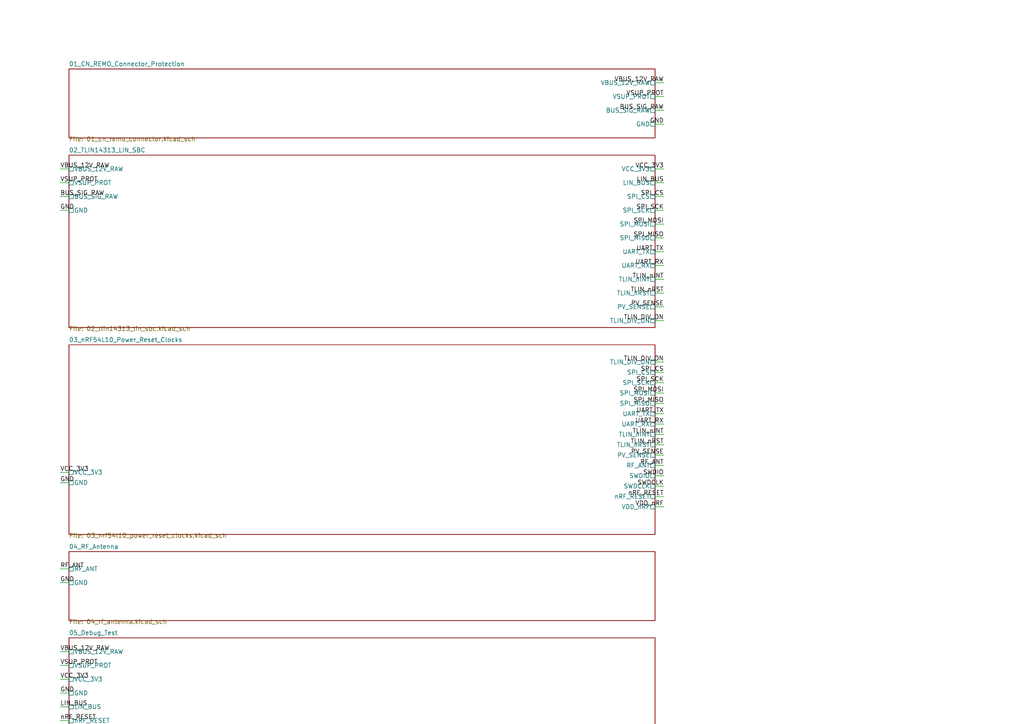
<source format=kicad_sch>
(kicad_sch (version 20250114) (generator "eeschema") (generator_version "9.0")
  (paper "A4")
  (lib_symbols
    (symbol "Connector_Generic:Conn_01x01" (pin_names (offset 1.016) (hide yes))
      (property "Reference" "J" (at 0 2.54 0))
      (property "Value" "Conn_01x01" (at 0 -2.54 0))
      (symbol "Conn_01x01_1_1"
        (rectangle (start -1.27 1.27) (end 1.27 -1.27) (stroke (width 0.254)) (fill (type background)))
        (rectangle (start -1.27 0.127) (end 0 -0.127) (stroke (width 0.1524)))
        (pin passive line (at -5.08 0 0) (length 3.81) (name "Pin_1") (number "1"))
      )
    )
    (symbol "Connector_Generic:Conn_01x03" (pin_names (offset 1.016) (hide yes))
      (property "Reference" "J" (at 0 5.08 0))
      (property "Value" "Conn_01x03" (at 0 -5.08 0))
      (symbol "Conn_01x03_1_1"
        (rectangle (start -1.27 3.81) (end 1.27 -3.81) (stroke (width 0.254)) (fill (type background)))
        (rectangle (start -1.27 2.667) (end 0 2.413) (stroke (width 0.1524)))
        (rectangle (start -1.27 0.127) (end 0 -0.127) (stroke (width 0.1524)))
        (rectangle (start -1.27 -2.413) (end 0 -2.667) (stroke (width 0.1524)))
        (pin passive line (at -5.08 2.54 0) (length 3.81) (name "Pin_1") (number "1"))
        (pin passive line (at -5.08 0 0) (length 3.81) (name "Pin_2") (number "2"))
        (pin passive line (at -5.08 -2.54 0) (length 3.81) (name "Pin_3") (number "3"))
      )
    )
    (symbol "Connector_Generic:Conn_01x05" (pin_names (offset 1.016) (hide yes))
      (property "Reference" "J" (at 0 7.62 0))
      (property "Value" "Conn_01x05" (at 0 -7.62 0))
      (symbol "Conn_01x05_1_1"
        (rectangle (start -1.27 6.35) (end 1.27 -6.35) (stroke (width 0.254)) (fill (type background)))
        (rectangle (start -1.27 5.207) (end 0 4.953) (stroke (width 0.1524)))
        (rectangle (start -1.27 2.667) (end 0 2.413) (stroke (width 0.1524)))
        (rectangle (start -1.27 0.127) (end 0 -0.127) (stroke (width 0.1524)))
        (rectangle (start -1.27 -2.413) (end 0 -2.667) (stroke (width 0.1524)))
        (rectangle (start -1.27 -4.953) (end 0 -5.207) (stroke (width 0.1524)))
        (pin passive line (at -5.08 5.08 0) (length 3.81) (name "Pin_1") (number "1"))
        (pin passive line (at -5.08 2.54 0) (length 3.81) (name "Pin_2") (number "2"))
        (pin passive line (at -5.08 0 0) (length 3.81) (name "Pin_3") (number "3"))
        (pin passive line (at -5.08 -2.54 0) (length 3.81) (name "Pin_4") (number "4"))
        (pin passive line (at -5.08 -5.08 0) (length 3.81) (name "Pin_5") (number "5"))
      )
    )
    (symbol "Device:Antenna_Chip" (pin_numbers (hide yes)) (pin_names (offset 1.016) (hide yes))
      (property "Reference" "AE" (at 0 5.08 0))
      (property "Value" "Antenna_Chip" (at 0 3.175 0))
      (symbol "Antenna_Chip_0_1"
        (polyline (pts (xy -2.54 0) (xy -2.54 -0.635)) (stroke (width 0.254)))
        (polyline (pts (xy -2.54 0) (xy -1.27 0)) (stroke (width 0.254)))
        (polyline (pts (xy -1.27 1.27) (xy -1.27 -1.27) (xy -1.27 0)) (stroke (width 0.254)))
        (polyline (pts (xy -0.635 1.27) (xy 0.635 1.27) (xy 0.635 -1.27) (xy -0.635 -1.27) (xy -0.635 1.27)) (stroke (width 0.254)))
        (polyline (pts (xy 1.27 1.27) (xy 1.27 -1.27)) (stroke (width 0.254)))
        (polyline (pts (xy 1.27 0) (xy 2.54 0)) (stroke (width 0.254)))
        (polyline (pts (xy 2.54 6.985) (xy 2.54 -1.905)) (stroke (width 0.254)))
        (polyline (pts (xy 2.54 -0.635) (xy 2.54 0)))
        (polyline (pts (xy 3.81 6.985) (xy 2.54 1.905) (xy 1.27 6.985)) (stroke (width 0.254)))
      )
      (symbol "Antenna_Chip_1_1"
        (pin input line (at -2.54 -2.54 90) (length 2.54) (name "FEED") (number "1"))
        (pin passive line (at 2.54 -2.54 90) (length 2.54) (name "PCB_Trace") (number "2"))
      )
    )
    (symbol "Device:C" (pin_numbers (hide yes)) (pin_names (offset 0.254))
      (property "Reference" "C" (at 0.635 2.54 0))
      (property "Value" "C" (at 0.635 -2.54 0))
      (symbol "C_0_1"
        (polyline (pts (xy -2.032 0.762) (xy 2.032 0.762)) (stroke (width 0.508)))
        (polyline (pts (xy -2.032 -0.762) (xy 2.032 -0.762)) (stroke (width 0.508)))
      )
      (symbol "C_1_1"
        (pin passive line (at 0 3.81 270) (length 2.794) (name "~") (number "1"))
        (pin passive line (at 0 -3.81 90) (length 2.794) (name "~") (number "2"))
      )
    )
    (symbol "Device:Crystal" (pin_numbers (hide yes)) (pin_names (offset 1.016) (hide yes))
      (property "Reference" "Y" (at 0 3.81 0))
      (property "Value" "Crystal" (at 0 -3.81 0))
      (symbol "Crystal_0_1"
        (polyline (pts (xy -2.54 0) (xy -1.905 0)))
        (polyline (pts (xy -1.905 -1.27) (xy -1.905 1.27)) (stroke (width 0.508)))
        (rectangle (start -1.143 2.54) (end 1.143 -2.54) (stroke (width 0.3048)))
        (polyline (pts (xy 1.905 -1.27) (xy 1.905 1.27)) (stroke (width 0.508)))
        (polyline (pts (xy 2.54 0) (xy 1.905 0)))
      )
      (symbol "Crystal_1_1"
        (pin passive line (at -3.81 0 0) (length 1.27) (name "1") (number "1"))
        (pin passive line (at 3.81 0 180) (length 1.27) (name "2") (number "2"))
      )
    )
    (symbol "Device:D" (pin_numbers (hide yes)) (pin_names (offset 1.016) (hide yes))
      (property "Reference" "D" (at 0 2.54 0))
      (property "Value" "D" (at 0 -2.54 0))
      (symbol "D_0_1"
        (polyline (pts (xy -1.27 1.27) (xy -1.27 -1.27)) (stroke (width 0.254)))
        (polyline (pts (xy 1.27 1.27) (xy 1.27 -1.27) (xy -1.27 0) (xy 1.27 1.27)) (stroke (width 0.254)))
        (polyline (pts (xy 1.27 0) (xy -1.27 0)))
      )
      (symbol "D_1_1"
        (pin passive line (at -3.81 0 0) (length 2.54) (name "K") (number "1"))
        (pin passive line (at 3.81 0 180) (length 2.54) (name "A") (number "2"))
      )
    )
    (symbol "Device:FerriteBead" (pin_numbers (hide yes)) (pin_names (offset 0))
      (property "Reference" "FB" (at -3.81 0.635 90))
      (property "Value" "FerriteBead" (at 3.81 0 90))
      (symbol "FerriteBead_0_1"
        (polyline (pts (xy -2.7686 0.4064) (xy -1.7018 2.2606) (xy 2.7686 -0.3048) (xy 1.6764 -2.159) (xy -2.7686 0.4064)))
        (polyline (pts (xy 0 1.27) (xy 0 1.2954)))
        (polyline (pts (xy 0 -1.27) (xy 0 -1.2192)))
      )
      (symbol "FerriteBead_1_1"
        (pin passive line (at 0 3.81 270) (length 2.54) (name "~") (number "1"))
        (pin passive line (at 0 -3.81 90) (length 2.54) (name "~") (number "2"))
      )
    )
    (symbol "Device:L" (pin_numbers (hide yes)) (pin_names (offset 1.016) (hide yes))
      (property "Reference" "L" (at -1.27 0 90))
      (property "Value" "L" (at 1.905 0 90))
      (symbol "L_0_1"
        (arc (start 0 2.54) (mid 0.6323 1.905) (end 0 1.27))
        (arc (start 0 1.27) (mid 0.6323 0.635) (end 0 0))
        (arc (start 0 0) (mid 0.6323 -0.635) (end 0 -1.27))
        (arc (start 0 -1.27) (mid 0.6323 -1.905) (end 0 -2.54))
      )
      (symbol "L_1_1"
        (pin passive line (at 0 3.81 270) (length 1.27) (name "1") (number "1"))
        (pin passive line (at 0 -3.81 90) (length 1.27) (name "2") (number "2"))
      )
    )
    (symbol "Device:R" (pin_numbers (hide yes)) (pin_names (offset 0))
      (property "Reference" "R" (at 2.032 0 90))
      (property "Value" "R" (at 0 0 90))
      (symbol "R_0_1"
        (rectangle (start -1.016 -2.54) (end 1.016 2.54) (stroke (width 0.254)))
      )
      (symbol "R_1_1"
        (pin passive line (at 0 3.81 270) (length 1.27) (name "~") (number "1"))
        (pin passive line (at 0 -3.81 90) (length 1.27) (name "~") (number "2"))
      )
    )
  )
  (sheet (at 20 20) (size 170 20) (stroke (width 0.1524))
    (property "Sheetname" "01_CN_REMO_Connector_Protection" (at 20 19.2884 0) (effects (justify left bottom)))
    (property "Sheetfile" "01_cn_remo_connector.kicad_sch" (at 20 39.5846 0) (effects (justify left top)))
    (pin "VBUS_12V_RAW" passive (at 190 24 0))
    (pin "VSUP_PROT" passive (at 190 28 0))
    (pin "BUS_SIG_RAW" passive (at 190 32 0))
    (pin "GND" passive (at 190 36 0))
  )
  (sheet (at 20 45) (size 170 50) (stroke (width 0.1524))
    (property "Sheetname" "02_TLIN14313_LIN_SBC" (at 20 44.2884 0) (effects (justify left bottom)))
    (property "Sheetfile" "02_tlin14313_lin_sbc.kicad_sch" (at 20 94.5846 0) (effects (justify left top)))
    (pin "VBUS_12V_RAW" passive (at 20 49 180))
    (pin "VSUP_PROT" passive (at 20 53 180))
    (pin "BUS_SIG_RAW" passive (at 20 57 180))
    (pin "GND" passive (at 20 61 180))
    (pin "VCC_3V3" passive (at 190 49 0))
    (pin "LIN_BUS" passive (at 190 53 0))
    (pin "SPI_CS" passive (at 190 57 0))
    (pin "SPI_SCK" passive (at 190 61 0))
    (pin "SPI_MOSI" passive (at 190 65 0))
    (pin "SPI_MISO" passive (at 190 69 0))
    (pin "UART_TX" passive (at 190 73 0))
    (pin "UART_RX" passive (at 190 77 0))
    (pin "TLIN_nINT" passive (at 190 81 0))
    (pin "TLIN_nRST" passive (at 190 85 0))
    (pin "PV_SENSE" passive (at 190 89 0))
    (pin "TLIN_DIV_ON" passive (at 190 93 0))
  )
  (sheet (at 20 100) (size 170 55) (stroke (width 0.1524))
    (property "Sheetname" "03_nRF54L10_Power_Reset_Clocks" (at 20 99.2884 0) (effects (justify left bottom)))
    (property "Sheetfile" "03_nrf54l10_power_reset_clocks.kicad_sch" (at 20 154.5846 0) (effects (justify left top)))
    (pin "VCC_3V3" passive (at 20 137 180))
    (pin "GND" passive (at 20 140 180))
    (pin "TLIN_DIV_ON" passive (at 190 105 0))
    (pin "SPI_CS" passive (at 190 108 0))
    (pin "SPI_SCK" passive (at 190 111 0))
    (pin "SPI_MOSI" passive (at 190 114 0))
    (pin "SPI_MISO" passive (at 190 117 0))
    (pin "UART_TX" passive (at 190 120 0))
    (pin "UART_RX" passive (at 190 123 0))
    (pin "TLIN_nINT" passive (at 190 126 0))
    (pin "TLIN_nRST" passive (at 190 129 0))
    (pin "PV_SENSE" passive (at 190 132 0))
    (pin "RF_ANT" passive (at 190 135 0))
    (pin "SWDIO" passive (at 190 138 0))
    (pin "SWDCLK" passive (at 190 141 0))
    (pin "nRF_RESET" passive (at 190 144 0))
    (pin "VDD_nRF" passive (at 190 147 0))
  )
  (sheet (at 20 160) (size 170 20) (stroke (width 0.1524))
    (property "Sheetname" "04_RF_Antenna" (at 20 159.2884 0) (effects (justify left bottom)))
    (property "Sheetfile" "04_rf_antenna.kicad_sch" (at 20 179.5846 0) (effects (justify left top)))
    (pin "RF_ANT" passive (at 20 165 180))
    (pin "GND" passive (at 20 169 180))
  )
  (sheet (at 20 185) (size 170 30) (stroke (width 0.1524))
    (property "Sheetname" "05_Debug_Test" (at 20 184.2884 0) (effects (justify left bottom)))
    (property "Sheetfile" "05_debug_test.kicad_sch" (at 20 214.5846 0) (effects (justify left top)))
    (pin "VBUS_12V_RAW" passive (at 20 189 180))
    (pin "VSUP_PROT" passive (at 20 193 180))
    (pin "VCC_3V3" passive (at 20 197 180))
    (pin "GND" passive (at 20 201 180))
    (pin "LIN_BUS" passive (at 20 205 180))
    (pin "nRF_RESET" passive (at 20 209 180))
    (pin "SWDIO" passive (at 20 213 180))
    (pin "SWDCLK" passive (at 20 217 180))
    (pin "VDD_nRF" passive (at 20 221 180))
  )
  (label "VBUS_12V_RAW" (at 192.54 24 0))
  (label "VSUP_PROT" (at 192.54 28 0))
  (label "BUS_SIG_RAW" (at 192.54 32 0))
  (label "GND" (at 192.54 36 0))
  (label "VBUS_12V_RAW" (at 17.46 49 0))
  (label "VSUP_PROT" (at 17.46 53 0))
  (label "BUS_SIG_RAW" (at 17.46 57 0))
  (label "GND" (at 17.46 61 0))
  (label "VCC_3V3" (at 192.54 49 0))
  (label "LIN_BUS" (at 192.54 53 0))
  (label "SPI_CS" (at 192.54 57 0))
  (label "SPI_SCK" (at 192.54 61 0))
  (label "SPI_MOSI" (at 192.54 65 0))
  (label "SPI_MISO" (at 192.54 69 0))
  (label "UART_TX" (at 192.54 73 0))
  (label "UART_RX" (at 192.54 77 0))
  (label "TLIN_nINT" (at 192.54 81 0))
  (label "TLIN_nRST" (at 192.54 85 0))
  (label "PV_SENSE" (at 192.54 89 0))
  (label "TLIN_DIV_ON" (at 192.54 93 0))
  (label "VCC_3V3" (at 17.46 137 0))
  (label "GND" (at 17.46 140 0))
  (label "TLIN_DIV_ON" (at 192.54 105 0))
  (label "SPI_CS" (at 192.54 108 0))
  (label "SPI_SCK" (at 192.54 111 0))
  (label "SPI_MOSI" (at 192.54 114 0))
  (label "SPI_MISO" (at 192.54 117 0))
  (label "UART_TX" (at 192.54 120 0))
  (label "UART_RX" (at 192.54 123 0))
  (label "TLIN_nINT" (at 192.54 126 0))
  (label "TLIN_nRST" (at 192.54 129 0))
  (label "PV_SENSE" (at 192.54 132 0))
  (label "RF_ANT" (at 192.54 135 0))
  (label "SWDIO" (at 192.54 138 0))
  (label "SWDCLK" (at 192.54 141 0))
  (label "nRF_RESET" (at 192.54 144 0))
  (label "VDD_nRF" (at 192.54 147 0))
  (label "RF_ANT" (at 17.46 165 0))
  (label "GND" (at 17.46 169 0))
  (label "VBUS_12V_RAW" (at 17.46 189 0))
  (label "VSUP_PROT" (at 17.46 193 0))
  (label "VCC_3V3" (at 17.46 197 0))
  (label "GND" (at 17.46 201 0))
  (label "LIN_BUS" (at 17.46 205 0))
  (label "nRF_RESET" (at 17.46 209 0))
  (label "SWDIO" (at 17.46 213 0))
  (label "SWDCLK" (at 17.46 217 0))
  (label "VDD_nRF" (at 17.46 221 0))
  (wire (pts (xy 190 24) (xy 192.54 24)))
  (wire (pts (xy 190 28) (xy 192.54 28)))
  (wire (pts (xy 190 32) (xy 192.54 32)))
  (wire (pts (xy 190 36) (xy 192.54 36)))
  (wire (pts (xy 20 49) (xy 17.46 49)))
  (wire (pts (xy 20 53) (xy 17.46 53)))
  (wire (pts (xy 20 57) (xy 17.46 57)))
  (wire (pts (xy 20 61) (xy 17.46 61)))
  (wire (pts (xy 190 49) (xy 192.54 49)))
  (wire (pts (xy 190 53) (xy 192.54 53)))
  (wire (pts (xy 190 57) (xy 192.54 57)))
  (wire (pts (xy 190 61) (xy 192.54 61)))
  (wire (pts (xy 190 65) (xy 192.54 65)))
  (wire (pts (xy 190 69) (xy 192.54 69)))
  (wire (pts (xy 190 73) (xy 192.54 73)))
  (wire (pts (xy 190 77) (xy 192.54 77)))
  (wire (pts (xy 190 81) (xy 192.54 81)))
  (wire (pts (xy 190 85) (xy 192.54 85)))
  (wire (pts (xy 190 89) (xy 192.54 89)))
  (wire (pts (xy 190 93) (xy 192.54 93)))
  (wire (pts (xy 20 137) (xy 17.46 137)))
  (wire (pts (xy 20 140) (xy 17.46 140)))
  (wire (pts (xy 190 105) (xy 192.54 105)))
  (wire (pts (xy 190 108) (xy 192.54 108)))
  (wire (pts (xy 190 111) (xy 192.54 111)))
  (wire (pts (xy 190 114) (xy 192.54 114)))
  (wire (pts (xy 190 117) (xy 192.54 117)))
  (wire (pts (xy 190 120) (xy 192.54 120)))
  (wire (pts (xy 190 123) (xy 192.54 123)))
  (wire (pts (xy 190 126) (xy 192.54 126)))
  (wire (pts (xy 190 129) (xy 192.54 129)))
  (wire (pts (xy 190 132) (xy 192.54 132)))
  (wire (pts (xy 190 135) (xy 192.54 135)))
  (wire (pts (xy 190 138) (xy 192.54 138)))
  (wire (pts (xy 190 141) (xy 192.54 141)))
  (wire (pts (xy 190 144) (xy 192.54 144)))
  (wire (pts (xy 190 147) (xy 192.54 147)))
  (wire (pts (xy 20 165) (xy 17.46 165)))
  (wire (pts (xy 20 169) (xy 17.46 169)))
  (wire (pts (xy 20 189) (xy 17.46 189)))
  (wire (pts (xy 20 193) (xy 17.46 193)))
  (wire (pts (xy 20 197) (xy 17.46 197)))
  (wire (pts (xy 20 201) (xy 17.46 201)))
  (wire (pts (xy 20 205) (xy 17.46 205)))
  (wire (pts (xy 20 209) (xy 17.46 209)))
  (wire (pts (xy 20 213) (xy 17.46 213)))
  (wire (pts (xy 20 217) (xy 17.46 217)))
  (wire (pts (xy 20 221) (xy 17.46 221)))
)
</source>
